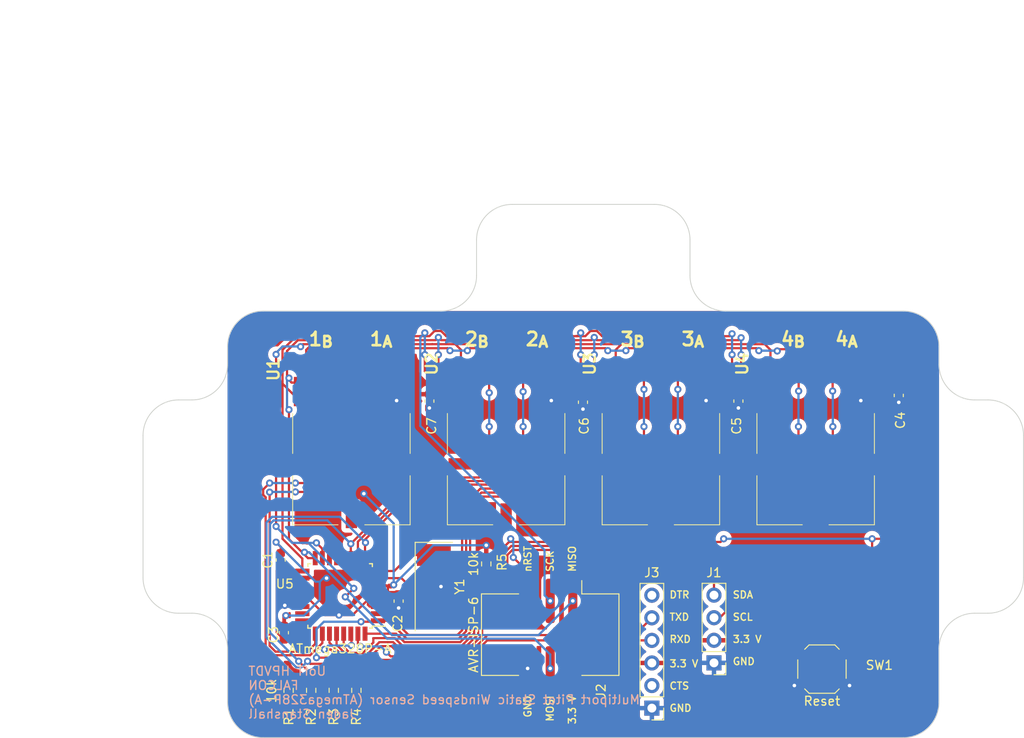
<source format=kicad_pcb>
(kicad_pcb (version 20221018) (generator pcbnew)
  (title_block (title "pressureSensorArray") (date "2023-04-11") (rev "8"))
  (layers (0 "F.Cu" signal) (31 "B.Cu" signal) (34 "B.Paste" user) (35 "F.Paste" user) (36 "B.SilkS" user "B.Silkscreen") (37 "F.SilkS" user "F.Silkscreen") (38 "B.Mask" user) (39 "F.Mask" user) (44 "Edge.Cuts" user))
  (net 0 "")
  (net 13 "Net-(U5-XTAL1{slash}PB6)")
  (net 14 "Net-(U5-XTAL2{slash}PB7)")
  (net 15 "/SCL")
  (net 16 "/nRST")
  (net 17 "/nSS_{1}")
  (net 18 "/DAV_{1}")
  (net 19 "/nSS_{2}")
  (net 20 "/DAV_{2}")
  (net 21 "/nSS_{3}")
  (net 22 "/DAV_{3}")
  (net 23 "/nSS_{4}")
  (net 24 "/DAV_{4}")
  (net 25 "/MOSI")
  (net 26 "/MISO")
  (net 27 "/SCK")
  (net 28 "/SDA")
  (net 29 "GND")
  (net 30 "+3.3V")
  (net 39 "/RXD")
  (net 40 "/CTS")
  (net 41 "/TXD")
  (net 42 "/DTR")
  (footprint "pressureSensorFootprintLibrary:HV120SM02C" (layer "F.Cu") (at 155.999 88.3698 90)
    (fp_text reference "U3")
    (fp_text value "~" hide)
  )
  (footprint "Connector_PinHeader_2.54mm:PinHeader_1x04_P2.54mm_Vertical" (layer "F.Cu") (at 161.968 113.4306 180)
    (fp_text reference "J1")
    (fp_text value "Conn_01x04_Pin" hide)
  )
  (footprint "Capacitor_SMD:C_0603_1608Metric" (layer "F.Cu") (at 129.964 83.9766 -90)
    (fp_text reference "C7")
    (fp_text value "100n")
  )
  (footprint "Button_Switch_SMD:SW_SPST_SKQG_WithStem" (layer "F.Cu") (at 174.108 114.1306)
    (fp_text reference "SW1")
    (fp_text value "Reset")
  )
  (footprint "pressureSensorFootprintLibrary:HV120SM02C" (layer "F.Cu") (at 173.398 88.3698 90)
    (fp_text reference "U4")
    (fp_text value "~" hide)
  )
  (footprint "Resistor_SMD:R_0603_1608Metric" (layer "F.Cu") (at 114.137 116.5198 -90)
    (fp_text reference "R1")
    (fp_text value "10k")
  )
  (footprint "Capacitor_SMD:C_0603_1608Metric" (layer "F.Cu") (at 164.7112 83.9766 -90)
    (fp_text reference "C5")
    (fp_text value "100n")
  )
  (footprint "Resistor_SMD:R_0603_1608Metric" (layer "F.Cu") (at 119.217 116.5198 -90)
    (fp_text reference "R3")
    (fp_text value "10k")
  )
  (footprint "MountingHole:MountingHole_3.2mm_M3" (layer "F.Cu") (at 147.272 67.8448)
    (fp_text reference "H2" hide)
    (fp_text value "MountingHole")
  )
  (footprint "Resistor_SMD:R_0603_1608Metric" (layer "F.Cu") (at 136.362 102.2948 -90)
    (fp_text reference "R5")
    (fp_text value "10k")
  )
  (footprint "Connector_PinHeader_2.54mm:PinHeader_1x06_P2.54mm_Vertical" (layer "F.Cu") (at 154.983 118.5206 180)
    (fp_text reference "J3")
    (fp_text value "Conn_01x06_Pin")
  )
  (footprint "Capacitor_SMD:C_0603_1608Metric" (layer "F.Cu") (at 147.236 84.1036 -90)
    (fp_text reference "C6")
    (fp_text value "100n")
  )
  (footprint "Capacitor_SMD:C_0603_1608Metric" (layer "F.Cu") (at 113.2508 101.8582 -90)
    (fp_text reference "C1")
    (fp_text value "10n")
  )
  (footprint "Package_QFP:TQFP-32_7x7mm_P0.8mm" (layer "F.Cu") (at 119.931 105.8968 180)
    (fp_text reference "U5")
    (fp_text value "ATmega328P-A")
  )
  (footprint "MountingHole:MountingHole_3.2mm_M3" (layer "F.Cu") (at 190.772 95.8448)
    (fp_text reference "H3" hide)
    (fp_text value "MountingHole")
  )
  (footprint "MountingHole:MountingHole_3.2mm_M3" (layer "F.Cu") (at 103.772 95.8448)
    (fp_text reference "H1" hide)
    (fp_text value "MountingHole")
  )
  (footprint "Resistor_SMD:R_0603_1608Metric" (layer "F.Cu") (at 116.677 116.5198 -90)
    (fp_text reference "R2")
    (fp_text value "10k")
  )
  (footprint "Resistor_SMD:R_0603_1608Metric" (layer "F.Cu") (at 121.757 116.5198 -90)
    (fp_text reference "R4")
    (fp_text value "10k")
  )
  (footprint "pressureSensorFootprintLibrary:HV120SM02C" (layer "F.Cu") (at 138.595 88.3678 90)
    (fp_text reference "U2")
    (fp_text value "~" hide)
  )
  (footprint "pressureSensorFootprintLibrary:HV120SM02C" (layer "F.Cu") (at 121.201 88.3708 90)
    (fp_text reference "U1")
    (fp_text value "~" hide)
  )
  (footprint "Capacitor_SMD:C_0603_1608Metric" (layer "F.Cu") (at 113.6064 110.037 -90)
    (fp_text reference "C3")
    (fp_text value "1u")
  )
  (footprint "Connector_IDC:IDC-Header_2x03_P2.54mm_Vertical_SMD" (layer "F.Cu") (at 143.553 110.2556 -90)
    (fp_text reference "J2")
    (fp_text value "AVR-ISP-6")
  )
  (footprint "Crystal:Resonator_SMD-3Pin_7.2x3.0mm_HandSoldering" (layer "F.Cu") (at 130.472 104.8448 -90)
    (fp_text reference "Y1")
    (fp_text value "8MHz")
  )
  (footprint "Capacitor_SMD:C_0603_1608Metric" (layer "F.Cu") (at 182.7452 83.3416 -90)
    (fp_text reference "C4")
    (fp_text value "100n")
  )
  (footprint "Capacitor_SMD:C_0603_1608Metric" (layer "F.Cu") (at 126.5096 106.481 -90)
    (fp_text reference "C2")
    (fp_text value "100n")
  )
  (gr_arc (start 163.272 73.8448) (mid 160.443573 72.673227) (end 159.272 69.8448) (stroke (width 0.1)) (layer "Edge.Cuts"))
  (gr_line (start 97.772 87.8448) (end 97.772 103.8448) (stroke (width 0.1)) (layer "Edge.Cuts"))
  (gr_arc (start 111.272 121.8448) (mid 108.443573 120.673227) (end 107.272 117.8448) (stroke (width 0.1)) (layer "Edge.Cuts"))
  (gr_arc (start 196.772 103.8448) (mid 195.600427 106.673227) (end 192.772 107.8448) (stroke (width 0.1)) (layer "Edge.Cuts"))
  (gr_line (start 139.272 61.8448) (end 155.272 61.8448) (stroke (width 0.1)) (layer "Edge.Cuts"))
  (gr_arc (start 192.772 83.8448) (mid 195.600427 85.016373) (end 196.772 87.8448) (stroke (width 0.1)) (layer "Edge.Cuts"))
  (gr_line (start 191.272 107.8448) (end 192.772 107.8448) (stroke (width 0.1)) (layer "Edge.Cuts"))
  (gr_arc (start 187.272 117.8448) (mid 186.100427 120.673227) (end 183.272 121.8448) (stroke (width 0.1)) (layer "Edge.Cuts"))
  (gr_line (start 159.272 69.8448) (end 159.272 65.8448) (stroke (width 0.1)) (layer "Edge.Cuts"))
  (gr_arc (start 191.272 83.8448) (mid 188.443573 82.673227) (end 187.272 79.8448) (stroke (width 0.1)) (layer "Edge.Cuts"))
  (gr_line (start 111.272 73.8448) (end 131.272 73.8448) (stroke (width 0.1)) (layer "Edge.Cuts"))
  (gr_line (start 107.272 117.8448) (end 107.272 111.8448) (stroke (width 0.1)) (layer "Edge.Cuts"))
  (gr_line (start 191.272 83.8448) (end 192.772 83.8448) (stroke (width 0.1)) (layer "Edge.Cuts"))
  (gr_arc (start 183.272 73.8448) (mid 186.100427 75.016373) (end 187.272 77.8448) (stroke (width 0.1)) (layer "Edge.Cuts"))
  (gr_arc (start 103.272 107.8448) (mid 106.100427 109.016373) (end 107.272 111.8448) (stroke (width 0.1)) (layer "Edge.Cuts"))
  (gr_line (start 187.272 77.8448) (end 187.272 79.8448) (stroke (width 0.1)) (layer "Edge.Cuts"))
  (gr_arc (start 101.772 107.8448) (mid 98.943573 106.673227) (end 97.772 103.8448) (stroke (width 0.1)) (layer "Edge.Cuts"))
  (gr_line (start 111.272 121.8448) (end 183.272 121.8448) (stroke (width 0.1)) (layer "Edge.Cuts"))
  (gr_line (start 103.272 83.8448) (end 101.772 83.8448) (stroke (width 0.1)) (layer "Edge.Cuts"))
  (gr_arc (start 187.272 111.8448) (mid 188.443573 109.016373) (end 191.272 107.8448) (stroke (width 0.1)) (layer "Edge.Cuts"))
  (gr_arc (start 155.272 61.8448) (mid 158.100427 63.016373) (end 159.272 65.8448) (stroke (width 0.1)) (layer "Edge.Cuts"))
  (gr_line (start 135.272 69.8448) (end 135.272 65.8448) (stroke (width 0.1)) (layer "Edge.Cuts"))
  (gr_line (start 103.272 107.8448) (end 101.772 107.8448) (stroke (width 0.1)) (layer "Edge.Cuts"))
  (gr_line (start 183.272 73.8448) (end 163.272 73.8448) (stroke (width 0.1)) (layer "Edge.Cuts"))
  (gr_arc (start 107.272 77.8448) (mid 108.443573 75.016373) (end 111.272 73.8448) (stroke (width 0.1)) (layer "Edge.Cuts"))
  (gr_arc (start 97.772 87.8448) (mid 98.943573 85.016373) (end 101.772 83.8448) (stroke (width 0.1)) (layer "Edge.Cuts"))
  (gr_line (start 196.772 103.8448) (end 196.772 87.8448) (stroke (width 0.1)) (layer "Edge.Cuts"))
  (gr_arc (start 135.272 69.8448) (mid 134.100427 72.673227) (end 131.272 73.8448) (stroke (width 0.1)) (layer "Edge.Cuts"))
  (gr_arc (start 107.272 79.8448) (mid 106.100427 82.673227) (end 103.272 83.8448) (stroke (width 0.1)) (layer "Edge.Cuts"))
  (gr_arc (start 135.272 65.8448) (mid 136.443573 63.016373) (end 139.272 61.8448) (stroke (width 0.1)) (layer "Edge.Cuts"))
  (gr_line (start 187.272 117.8448) (end 187.272 111.8448) (stroke (width 0.1)) (layer "Edge.Cuts"))
  (gr_line (start 107.272 77.8448) (end 107.272 79.8448) (stroke (width 0.1)) (layer "Edge.Cuts"))
  (gr_text "UofT HPVDT\nFALCON\nMultiport Pitot Static Windspeed Sensor (ATmega328P-A)\nJaden Stanshall" (at 109.531657 119.7708) (layer "B.SilkS") (effects (font (size 1 1)) (justify right bottom mirror)))
  (gr_text "4_{A}" (at 175.43 77.8806) (layer "F.SilkS") (effects (font (size 1.5 1.5) (thickness 0.3) bold) (justify left bottom)))
  (gr_text "3_{B}" (at 151.3 77.8806) (layer "F.SilkS") (effects (font (size 1.5 1.5) (thickness 0.3) bold) (justify left bottom)))
  (gr_text "TXD" (at 156.888 108.2708) (layer "F.SilkS") (effects (font (size 0.8 0.8)) (justify left)))
  (gr_text "1_{B}" (at 116.248 77.8806) (layer "F.SilkS") (effects (font (size 1.5 1.5) (thickness 0.3) bold) (justify left bottom)))
  (gr_text "GND" (at 164 113.2708) (layer "F.SilkS") (effects (font (size 0.8 0.8)) (justify left)))
  (gr_text "3.3 V" (at 146.031657 117.0208 90) (layer "F.SilkS") (effects (font (size 0.8 0.8)) (justify right)))
  (gr_text "nRST" (at 141.031657 103.2806 90) (layer "F.SilkS") (effects (font (size 0.8 0.8)) (justify left)))
  (gr_text "2_{B}" (at 133.774 77.8806) (layer "F.SilkS") (effects (font (size 1.5 1.5) (thickness 0.3) bold) (justify left bottom)))
  (gr_text "SCK" (at 143.531657 103.2708 90) (layer "F.SilkS") (effects (font (size 0.8 0.8)) (justify left)))
  (gr_text "GND" (at 141.031657 117.0208 90) (layer "F.SilkS") (effects (font (size 0.8 0.8)) (justify right)))
  (gr_text "SDA" (at 164 105.7708) (layer "F.SilkS") (effects (font (size 0.8 0.8)) (justify left)))
  (gr_text "GND" (at 156.888 118.5208) (layer "F.SilkS") (effects (font (size 0.8 0.8)) (justify left)))
  (gr_text "SCL" (at 164 108.2708) (layer "F.SilkS") (effects (font (size 0.8 0.8)) (justify left)))
  (gr_text "3_{A}" (at 158.158 77.8806) (layer "F.SilkS") (effects (font (size 1.5 1.5) (thickness 0.3) bold) (justify left bottom)))
  (gr_text "2_{A}" (at 140.632 77.8806) (layer "F.SilkS") (effects (font (size 1.5 1.5) (thickness 0.3) bold) (justify left bottom)))
  (gr_text "DTR" (at 156.888 105.7708) (layer "F.SilkS") (effects (font (size 0.8 0.8)) (justify left)))
  (gr_text "MISO" (at 146.031657 103.2708 90) (layer "F.SilkS") (effects (font (size 0.8 0.8)) (justify left)))
  (gr_text "RXD" (at 156.888 110.7708) (layer "F.SilkS") (effects (font (size 0.8 0.8)) (justify left)))
  (gr_text "1_{A}" (at 123.106 77.8806) (layer "F.SilkS") (effects (font (size 1.5 1.5) (thickness 0.3) bold) (justify left bottom)))
  (gr_text "MOSI" (at 143.531657 117.0208 90) (layer "F.SilkS") (effects (font (size 0.8 0.8)) (justify right)))
  (gr_text "3.3 V" (at 156.888 113.5208) (layer "F.SilkS") (effects (font (size 0.8 0.8)) (justify left)))
  (gr_text "4_{B}" (at 169.334 77.8806) (layer "F.SilkS") (effects (font (size 1.5 1.5) (thickness 0.3) bold) (justify left bottom)))
  (gr_text "3.3 V" (at 164 110.7708) (layer "F.SilkS") (effects (font (size 0.8 0.8)) (justify left)))
  (gr_text "CTS" (at 156.888 116.0208) (layer "F.SilkS") (effects (font (size 0.8 0.8)) (justify left)))
  (segment (start 126.824 103.8968) (end 124.181 103.8968) (width 0.25) (layer "F.Cu") (net 13))
  (segment (start 130.472 108.3948) (end 128.322 108.3948) (width 0.25) (layer "F.Cu") (net 13))
  (segment (start 127.772 107.8448) (end 127.772 104.8448) (width 0.25) (layer "F.Cu") (net 13))
  (segment (start 127.772 104.8448) (end 126.824 103.8968) (width 0.25) (layer "F.Cu") (net 13))
  (segment (start 128.322 108.3948) (end 127.772 107.8448) (width 0.25) (layer "F.Cu") (net 13))
  (segment (start 130.472 101.2948) (end 127.822 101.2948) (width 0.25) (layer "F.Cu") (net 14))
  (segment (start 127.822 101.2948) (end 126.02 103.0968) (width 0.25) (layer "F.Cu") (net 14))
  (segment (start 126.02 103.0968) (end 124.181 103.0968) (width 0.25) (layer "F.Cu") (net 14))
  (segment (start 138.329836 101.123471) (end 139.177107 100.2762) (width 0.25) (layer "F.Cu") (net 15))
  (segment (start 137.92915 104.8798) (end 138.329836 104.479114) (width 0.25) (layer "F.Cu") (net 15))
  (segment (start 161.5036 100.2762) (end 163.873 102.6456) (width 0.25) (layer "F.Cu") (net 15))
  (segment (start 133.774942 111.8948) (end 135.4504 110.219342) (width 0.25) (layer "F.Cu") (net 15))
  (segment (start 135.4504 110.219342) (end 135.4504 105.5564) (width 0.25) (layer "F.Cu") (net 15))
  (segment (start 120.889315 112.7548) (end 122.687008 112.7548) (width 0.25) (layer "F.Cu") (net 15))
  (segment (start 126.685416 111.8948) (end 133.774942 111.8948) (width 0.25) (layer "F.Cu") (net 15))
  (segment (start 125.887216 111.0966) (end 126.685416 111.8948) (width 0.25) (layer "F.Cu") (net 15))
  (segment (start 162.613 108.3506) (end 161.968 108.3506) (width 0.25) (layer "F.Cu") (net 15))
  (segment (start 136.127 104.8798) (end 137.92915 104.8798) (width 0.25) (layer "F.Cu") (net 15))
  (segment (start 163.873 107.0906) (end 162.613 108.3506) (width 0.25) (layer "F.Cu") (net 15))
  (segment (start 119.531 110.1468) (end 119.531 111.396485) (width 0.25) (layer "F.Cu") (net 15))
  (segment (start 139.177107 100.2762) (end 161.5036 100.2762) (width 0.25) (layer "F.Cu") (net 15))
  (segment (start 138.329836 104.479114) (end 138.329836 101.123471) (width 0.25) (layer "F.Cu") (net 15))
  (segment (start 124.345208 111.0966) (end 125.887216 111.0966) (width 0.25) (layer "F.Cu") (net 15))
  (segment (start 119.531 111.396485) (end 120.889315 112.7548) (width 0.25) (layer "F.Cu") (net 15))
  (segment (start 122.687008 112.7548) (end 124.345208 111.0966) (width 0.25) (layer "F.Cu") (net 15))
  (segment (start 135.4504 105.5564) (end 136.127 104.8798) (width 0.25) (layer "F.Cu") (net 15))
  (segment (start 163.873 102.6456) (end 163.873 107.0906) (width 0.25) (layer "F.Cu") (net 15))
  (segment (start 120.331 110.1468) (end 120.331 111.6308) (width 0.25) (layer "F.Cu") (net 16))
  (segment (start 136.362 103.9148) (end 136.362 103.1198) (width 0.25) (layer "F.Cu") (net 16))
  (segment (start 169.08 78.3368) (end 169.277 78.1398) (width 0.25) (layer "F.Cu") (net 16))
  (segment (start 177.208 112.2806) (end 179.003 112.2806) (width 0.25) (layer "F.Cu") (net 16))
  (segment (start 139.404836 101.568044) (end 141.013 103.176208) (width 0.25) (layer "F.Cu") (net 16))
  (segment (start 162.7034 99.8262) (end 138.92 99.8262) (width 0.25) (layer "F.Cu") (net 16))
  (segment (start 126.073612 110.6466) (end 126.921812 111.4948) (width 0.25) (layer "F.Cu") (net 16))
  (segment (start 143.174 78.0248) (end 149.7555 78.0248) (width 0.25) (layer "F.Cu") (net 16))
  (segment (start 132.007679 78.0228) (end 132.282179 78.2973) (width 0.25) (layer "F.Cu") (net 16))
  (segment (start 134.514 78.0228) (end 143.172 78.0228) (width 0.25) (layer "F.Cu") (net 16))
  (segment (start 122.500612 112.3048) (end 123.6648 111.140612) (width 0.25) (layer "F.Cu") (net 16))
  (segment (start 143.172 78.0228) (end 143.174 78.0248) (width 0.25) (layer "F.Cu") (net 16))
  (segment (start 123.6648 111.140612) (end 123.6648 110.6466) (width 0.25) (layer "F.Cu") (net 16))
  (segment (start 137.929836 104.313428) (end 137.763464 104.4798) (width 0.25) (layer "F.Cu") (net 16))
  (segment (start 163.059 99.4706) (end 162.7034 99.8262) (width 0.25) (layer "F.Cu") (net 16))
  (segment (start 126.921812 111.4948) (end 133.609256 111.4948) (width 0.25) (layer "F.Cu") (net 16))
  (segment (start 138.92 99.8262) (end 137.929836 100.816364) (width 0.25) (layer "F.Cu") (net 16))
  (segment (start 149.7555 78.0248) (end 150.03 78.2993) (width 0.25) (layer "F.Cu") (net 16))
  (segment (start 161.079 79.8598) (end 161.079 78.4058) (width 0.25) (layer "F.Cu") (net 16))
  (segment (start 126.281 78.4068) (end 126.662 78.0258) (width 0.25) (layer "F.Cu") (net 16))
  (segment (start 143.675 79.8578) (end 143.675 78.5258) (width 0.25) (layer "F.Cu") (net 16))
  (segment (start 181.272 78.8448) (end 180.567 78.1398) (width 0.25) (layer "F.Cu") (net 16))
  (segment (start 160.571 78.0248) (end 166.735818 78.0248) (width 0.25) (layer "F.Cu") (net 16))
  (segment (start 169.277 78.1398) (end 177.519 78.1398) (width 0.25) (layer "F.Cu") (net 16))
  (segment (start 126.281 79.8608) (end 126.281 78.4068) (width 0.25) (layer "F.Cu") (net 16))
  (segment (start 143.675 78.5258) (end 143.172 78.0228) (width 0.25) (layer "F.Cu") (net 16))
  (segment (start 135.797 104.4798) (end 134.997 105.2798) (width 0.25) (layer "F.Cu") (net 16))
  (segment (start 180.567 78.1398) (end 177.519 78.1398) (width 0.25) (layer "F.Cu") (net 16))
  (segment (start 121.005 112.3048) (end 122.500612 112.3048) (width 0.25) (layer "F.Cu") (net 16))
  (segment (start 137.763464 104.4798) (end 135.797 104.4798) (width 0.25) (layer "F.Cu") (net 16))
  (segment (start 179.748 99.4706) (end 181.018 99.4706) (width 0.25) (layer "F.Cu") (net 16))
  (segment (start 126.662 78.0258) (end 132.004679 78.0258) (width 0.25) (layer "F.Cu") (net 16))
  (segment (start 132.004679 78.0258) (end 132.007679 78.0228) (width 0.25) (layer "F.Cu") (net 16))
  (segment (start 179.748 111.5356) (end 179.748 99.4706) (width 0.25) (layer "F.Cu") (net 16))
  (segment (start 139.108 99.6382) (end 138.92 99.8262) (width 0.25) (layer "F.Cu") (net 16))
  (segment (start 177.519 78.1398) (end 178.224 78.8448) (width 0.25) (layer "F.Cu") (net 16))
  (segment (start 139.108 99.4706) (end 139.108 99.6382) (width 0.25) (layer "F.Cu") (net 16))
  (segment (start 178.224 79.6058) (end 178.478 79.8598) (width 0.25) (layer "F.Cu") (net 16))
  (segment (start 152.3365 78.0248) (end 152.062 78.2993) (width 0.25) (layer "F.Cu") (net 16))
  (segment (start 141.013 103.176208) (end 141.013 106.4556) (width 0.25) (layer "F.Cu") (net 16))
  (segment (start 134.997 110.107056) (end 134.997 105.2798) (width 0.25) (layer "F.Cu") (net 16))
  (segment (start 134.2395 78.2973) (end 134.514 78.0228) (width 0.25) (layer "F.Cu") (net 16))
  (segment (start 123.6648 110.6466) (end 126.073612 110.6466) (width 0.25) (layer "F.Cu") (net 16))
  (segment (start 160.698 78.0248) (end 160.571 78.0248) (width 0.25) (layer "F.Cu") (net 16))
  (segment (start 135.797 104.4798) (end 136.362 103.9148) (width 0.25) (layer "F.Cu") (net 16))
  (segment (start 166.735818 78.0248) (end 167.010318 78.2993) (width 0.25) (layer "F.Cu") (net 16))
  (segment (start 179.003 112.2806) (end 179.748 111.5356) (width 0.25) (layer "F.Cu") (net 16))
  (segment (start 181.272 99.2166) (end 181.272 78.8448) (width 0.25) (layer "F.Cu") (net 16))
  (segment (start 181.018 99.4706) (end 181.272 99.2166) (width 0.25) (layer "F.Cu") (net 16))
  (segment (start 120.331 111.6308) (end 121.005 112.3048) (width 0.25) (layer "F.Cu") (net 16))
  (segment (start 133.609256 111.4948) (end 134.997 110.107056) (width 0.25) (layer "F.Cu") (net 16))
  (segment (start 161.079 78.4058) (end 160.698 78.0248) (width 0.25) (layer "F.Cu") (net 16))
  (segment (start 177.208 112.2806) (end 171.008 112.2806) (width 0.25) (layer "F.Cu") (net 16))
  (segment (start 178.224 78.8448) (end 178.224 79.6058) (width 0.25) (layer "F.Cu") (net 16))
  (segment (start 160.571 78.0248) (end 152.3365 78.0248) (width 0.25) (layer "F.Cu") (net 16))
  (segment (start 137.929836 100.816364) (end 137.929836 104.313428) (width 0.25) (layer "F.Cu") (net 16))
  (via (at 139.108 99.4706) (size 0.8) (drill 0.4) (layers "F.Cu" "B.Cu") (net 16))
  (via (at 152.062 78.2993) (size 0.8) (drill 0.4) (layers "F.Cu" "B.Cu") (net 16))
  (via (at 179.748 99.4706) (size 0.8) (drill 0.4) (layers "F.Cu" "B.Cu") (net 16))
  (via (at 134.2395 78.2973) (size 0.8) (drill 0.4) (layers "F.Cu" "B.Cu") (net 16))
  (via (at 169.08 78.3368) (size 0.8) (drill 0.4) (layers "F.Cu" "B.Cu") (net 16))
  (via (at 132.282179 78.2973) (size 0.8) (drill 0.4) (layers "F.Cu" "B.Cu") (net 16))
  (via (at 167.010318 78.2993) (size 0.8) (drill 0.4) (layers "F.Cu" "B.Cu") (net 16))
  (via (at 150.03 78.2993) (size 0.8) (drill 0.4) (layers "F.Cu" "B.Cu") (net 16))
  (via (at 139.404836 101.568044) (size 0.8) (drill 0.4) (layers "F.Cu" "B.Cu") (net 16))
  (via (at 163.059 99.4706) (size 0.8) (drill 0.4) (layers "F.Cu" "B.Cu") (net 16))
  (segment (start 132.282179 78.2973) (end 134.2395 78.2973) (width 0.25) (layer "B.Cu") (net 16))
  (segment (start 167.010318 78.2993) (end 169.0425 78.2993) (width 0.25) (layer "B.Cu") (net 16))
  (segment (start 150.03 78.2993) (end 152.062 78.2993) (width 0.25) (layer "B.Cu") (net 16))
  (segment (start 139.404836 99.767436) (end 139.108 99.4706) (width 0.25) (layer "B.Cu") (net 16))
  (segment (start 139.404836 101.568044) (end 139.404836 99.767436) (width 0.25) (layer "B.Cu") (net 16))
  (segment (start 169.0425 78.2993) (end 169.08 78.3368) (width 0.25) (layer "B.Cu") (net 16))
  (segment (start 163.059 99.4706) (end 179.748 99.4706) (width 0.25) (layer "B.Cu") (net 16))
  (segment (start 114.137 114.8048) (end 111.555 112.2228) (width 0.25) (layer "F.Cu") (net 17))
  (segment (start 112.005 93.1968) (end 111.28 93.9218) (width 0.25) (layer "F.Cu") (net 17))
  (segment (start 111.28 93.9218) (end 111.28 94.521703) (width 0.25) (layer "F.Cu") (net 17))
  (segment (start 119.291 79.8608) (end 119.291 91.4238) (width 0.25) (layer "F.Cu") (net 17))
  (segment (start 111.555 112.2228) (end 111.555 111.6298) (width 0.25) (layer "F.Cu") (net 17))
  (segment (start 111.555 94.796703) (end 111.555 111.6298) (width 0.25) (layer "F.Cu") (net 17))
  (segment (start 112.4316 112.5706) (end 114.272 112.5706) (width 0.25) (layer "F.Cu") (net 17))
  (segment (start 114.137 115.6948) (end 114.137 114.8048) (width 0.25) (layer "F.Cu") (net 17))
  (segment (start 117.931 111.1968) (end 117.931 110.1468) (width 0.25) (layer "F.Cu") (net 17))
  (segment (start 111.555 111.6298) (end 111.555 111.694) (width 0.25) (layer "F.Cu") (net 17))
  (segment (start 117.518 93.1968) (end 114.903 93.1968) (width 0.25) (layer "F.Cu") (net 17))
  (segment (start 114.272 112.5706) (end 116.5572 112.5706) (width 0.25) (layer "F.Cu") (net 17))
  (segment (start 111.28 94.521703) (end 111.555 94.796703) (width 0.25) (layer "F.Cu") (net 17))
  (segment (start 111.555 111.694) (end 112.4316 112.5706) (width 0.25) (layer "F.Cu") (net 17))
  (segment (start 116.5572 112.5706) (end 117.931 111.1968) (width 0.25) (layer "F.Cu") (net 17))
  (segment (start 119.291 91.4238) (end 117.518 93.1968) (width 0.25) (layer "F.Cu") (net 17))
  (via (at 114.903 93.1968) (size 0.8) (drill 0.4) (layers "F.Cu" "B.Cu") (net 17))
  (via (at 112.005 93.1968) (size 0.8) (drill 0.4) (layers "F.Cu" "B.Cu") (net 17))
  (segment (start 114.903 93.1968) (end 112.005 93.1968) (width 0.25) (layer "B.Cu") (net 17))
  (segment (start 123.272 90.8448) (end 123.272 80.0218) (width 0.25) (layer "F.Cu") (net 18))
  (segment (start 117.131 111.2876) (end 117.131 110.1468) (width 0.25) (layer "F.Cu") (net 18))
  (segment (start 116.248 112.1706) (end 117.131 111.2876) (width 0.25) (layer "F.Cu") (net 18))
  (segment (start 114.903 94.196303) (end 119.920497 94.196303) (width 0.25) (layer "F.Cu") (net 18))
  (segment (start 112.005 111.507604) (end 112.667996 112.1706) (width 0.25) (layer "F.Cu") (net 18))
  (segment (start 112.667996 112.1706) (end 116.248 112.1706) (width 0.25) (layer "F.Cu") (net 18))
  (segment (start 112.005 94.221398) (end 112.005 111.507604) (width 0.25) (layer "F.Cu") (net 18))
  (segment (start 119.920497 94.196303) (end 123.272 90.8448) (width 0.25) (layer "F.Cu") (net 18))
  (segment (start 123.272 80.0218) (end 123.111 79.8608) (width 0.25) (layer "F.Cu") (net 18))
  (via (at 112.005 94.221398) (size 0.8) (drill 0.4) (layers "F.Cu" "B.Cu") (net 18))
  (via (at 114.903 94.196303) (size 0.8) (drill 0.4) (layers "F.Cu" "B.Cu") (net 18))
  (segment (start 114.903 94.196303) (end 112.030095 94.196303) (width 0.25) (layer "B.Cu") (net 18))
  (segment (start 112.030095 94.196303) (end 112.005 94.221398) (width 0.25) (layer "B.Cu") (net 18))
  (segment (start 136.685 79.8578) (end 136.685 83.0268) (width 0.25) (layer "F.Cu") (net 19))
  (segment (start 136.685 83.0268) (end 136.695 83.0368) (width 0.25) (layer "F.Cu") (net 19))
  (segment (start 136.695 86.8448) (end 136.695 91.4218) (width 0.25) (layer "F.Cu") (net 19))
  (segment (start 136.695 91.4218) (end 135.546 92.5708) (width 0.25) (layer "F.Cu") (net 19))
  (segment (start 121.131 100.031115) (end 121.131 101.6468) (width 0.25) (layer "F.Cu") (net 19))
  (segment (start 128.591317 92.5708) (end 121.131 100.031115) (width 0.25) (layer "F.Cu") (net 19))
  (segment (start 135.546 92.5708) (end 128.591317 92.5708) (width 0.25) (layer "F.Cu") (net 19))
  (segment (start 116.677 115.6948) (end 116.677 114.6501) (width 0.25) (layer "F.Cu") (net 19))
  (segment (start 116.677 114.6501) (end 115.272 113.2451) (width 0.25) (layer "F.Cu") (net 19))
  (via (at 136.695 83.0368) (size 0.8) (drill 0.4) (layers "F.Cu" "B.Cu") (net 19))
  (via (at 121.131 100.031115) (size 0.8) (drill 0.4) (layers "F.Cu" "B.Cu") (net 19))
  (via (at 115.272 113.2451) (size 0.8) (drill 0.4) (layers "F.Cu" "B.Cu") (net 19))
  (via (at 136.695 86.8448) (size 0.8) (drill 0.4) (layers "F.Cu" "B.Cu") (net 19))
  (segment (start 112.0545 110.0276) (end 112.0545 97.794005) (width 0.25) (layer "B.Cu") (net 19))
  (segment (start 115.272 113.2451) (end 112.0545 110.0276) (width 0.25) (layer "B.Cu") (net 19))
  (segment (start 112.0545 97.794005) (end 112.449905 97.3986) (width 0.25) (layer "B.Cu") (net 19))
  (segment (start 136.695 83.0368) (end 136.695 86.8448) (width 0.25) (layer "B.Cu") (net 19))
  (segment (start 118.498485 97.3986) (end 121.131 100.031115) (width 0.25) (layer "B.Cu") (net 19))
  (segment (start 112.449905 97.3986) (end 118.498485 97.3986) (width 0.25) (layer "B.Cu") (net 19))
  (segment (start 128.757002 92.9708) (end 121.931 99.796801) (width 0.25) (layer "F.Cu") (net 20))
  (segment (start 140.505 79.8578) (end 140.505 82.9098) (width 0.25) (layer "F.Cu") (net 20))
  (segment (start 140.505 86.8448) (end 140.505 91.0708) (width 0.25) (layer "F.Cu") (net 20))
  (segment (start 140.505 91.0708) (end 138.605 92.9708) (width 0.25) (layer "F.Cu") (net 20))
  (segment (start 121.931 99.796801) (end 121.931 101.6468) (width 0.25) (layer "F.Cu") (net 20))
  (segment (start 138.605 92.9708) (end 128.757002 92.9708) (width 0.25) (layer "F.Cu") (net 20))
  (via (at 140.505 86.8448) (size 0.8) (drill 0.4) (layers "F.Cu" "B.Cu") (net 20))
  (via (at 140.505 82.9098) (size 0.8) (drill 0.4) (layers "F.Cu" "B.Cu") (net 20))
  (segment (start 140.505 82.9098) (end 140.505 86.8448) (width 0.25) (layer "B.Cu") (net 20))
  (segment (start 154.094 86.8448) (end 154.094 92.0228) (width 0.25) (layer "F.Cu") (net 21))
  (segment (start 128.922687 93.3708) (end 122.731 99.562487) (width 0.25) (layer "F.Cu") (net 21))
  (segment (start 119.217 115.6948) (end 119.217 114.8048) (width 0.25) (layer "F.Cu") (net 21))
  (segment (start 154.089 79.8598) (end 154.089 82.6508) (width 0.25) (layer "F.Cu") (net 21))
  (segment (start 119.217 114.8048) (end 117.947 113.5348) (width 0.25) (layer "F.Cu") (net 21))
  (segment (start 122.731 99.562487) (end 122.731 101.6468) (width 0.25) (layer "F.Cu") (net 21))
  (segment (start 116.5617 113.5348) (end 116.272 113.2451) (width 0.25) (layer "F.Cu") (net 21))
  (segment (start 117.947 113.5348) (end 116.5617 113.5348) (width 0.25) (layer "F.Cu") (net 21))
  (segment (start 154.089 82.6508) (end 154.094 82.6558) (width 0.25) (layer "F.Cu") (net 21))
  (segment (start 154.094 92.0228) (end 152.746 93.3708) (width 0.25) (layer "F.Cu") (net 21))
  (segment (start 152.746 93.3708) (end 128.922687 93.3708) (width 0.25) (layer "F.Cu") (net 21))
  (via (at 122.783945 99.897745) (size 0.8) (drill 0.4) (layers "F.Cu" "B.Cu") (net 21))
  (via (at 154.094 86.8448) (size 0.8) (drill 0.4) (layers "F.Cu" "B.Cu") (net 21))
  (via (at 116.272 113.2451) (size 0.8) (drill 0.4) (layers "F.Cu" "B.Cu") (net 21))
  (via (at 154.094 82.6558) (size 0.8) (drill 0.4) (layers "F.Cu" "B.Cu") (net 21))
  (segment (start 116.272 113.2451) (end 115.597 113.9201) (width 0.25) (layer "B.Cu") (net 21))
  (segment (start 111.6545 110.582195) (end 111.6545 97.628319) (width 0.25) (layer "B.Cu") (net 21))
  (segment (start 115.597 113.9201) (end 114.992405 113.9201) (width 0.25) (layer "B.Cu") (net 21))
  (segment (start 154.094 82.6558) (end 154.094 86.8448) (width 0.25) (layer "B.Cu") (net 21))
  (segment (start 114.992405 113.9201) (end 111.6545 110.582195) (width 0.25) (layer "B.Cu") (net 21))
  (segment (start 111.6545 97.628319) (end 112.28422 96.9986) (width 0.25) (layer "B.Cu") (net 21))
  (segment (start 119.8848 96.9986) (end 122.783945 99.897745) (width 0.25) (layer "B.Cu") (net 21))
  (segment (start 112.28422 96.9986) (end 119.8848 96.9986) (width 0.25) (layer "B.Cu") (net 21))
  (segment (start 157.909 82.6508) (end 157.904 82.6558) (width 0.25) (layer "F.Cu") (net 22))
  (segment (start 157.904 86.8448) (end 157.904 91.9428) (width 0.25) (layer "F.Cu") (net 22))
  (segment (start 127.631 110.2948) (end 125.233 107.8968) (width 0.25) (layer "F.Cu") (net 22))
  (segment (start 157.909 79.8598) (end 157.909 82.6508) (width 0.25) (layer "F.Cu") (net 22))
  (segment (start 133.112198 110.2948) (end 127.631 110.2948) (width 0.25) (layer "F.Cu") (net 22))
  (segment (start 135.701628 93.8208) (end 133.647 95.875428) (width 0.25) (layer "F.Cu") (net 22))
  (segment (start 133.647 109.759998) (end 133.112198 110.2948) (width 0.25) (layer "F.Cu") (net 22))
  (segment (start 125.233 107.8968) (end 124.181 107.8968) (width 0.25) (layer "F.Cu") (net 22))
  (segment (start 156.026 93.8208) (end 135.701628 93.8208) (width 0.25) (layer "F.Cu") (net 22))
  (segment (start 157.904 91.9428) (end 156.026 93.8208) (width 0.25) (layer "F.Cu") (net 22))
  (segment (start 133.647 95.875428) (end 133.647 109.759998) (width 0.25) (layer "F.Cu") (net 22))
  (via (at 157.904 82.6558) (size 0.8) (drill 0.4) (layers "F.Cu" "B.Cu") (net 22))
  (via (at 157.904 86.8448) (size 0.8) (drill 0.4) (layers "F.Cu" "B.Cu") (net 22))
  (segment (start 157.904 82.6558) (end 157.904 86.8448) (width 0.25) (layer "B.Cu") (net 22))
  (segment (start 133.277884 110.6948) (end 127.394604 110.6948) (width 0.25) (layer "F.Cu") (net 23))
  (segment (start 119.231314 112.8448) (end 117.272 112.8448) (width 0.25) (layer "F.Cu") (net 23))
  (segment (start 124.075813 108.801987) (end 124.181 108.6968) (width 0.25) (layer "F.Cu") (net 23))
  (segment (start 171.4676 92.6492) (end 169.846 94.2708) (width 0.25) (layer "F.Cu") (net 23))
  (segment (start 135.817314 94.2708) (end 134.097 95.991114) (width 0.25) (layer "F.Cu") (net 23))
  (segment (start 121.757 114.8048) (end 120.957 114.0048) (width 0.25) (layer "F.Cu") (net 23))
  (segment (start 120.391314 114.0048) (end 119.231314 112.8448) (width 0.25) (layer "F.Cu") (net 23))
  (segment (start 122.277629 108.801987) (end 124.075813 108.801987) (width 0.25) (layer "F.Cu") (net 23))
  (segment (start 169.846 94.2708) (end 135.817314 94.2708) (width 0.25) (layer "F.Cu") (net 23))
  (segment (start 171.488 82.8448) (end 171.488 79.8598) (width 0.25) (layer "F.Cu") (net 23))
  (segment (start 134.097 109.875684) (end 133.277884 110.6948) (width 0.25) (layer "F.Cu") (net 23))
  (segment (start 134.097 95.991114) (end 134.097 109.875684) (width 0.25) (layer "F.Cu") (net 23))
  (segment (start 171.4676 86.8448) (end 171.4676 92.6492) (width 0.25) (layer "F.Cu") (net 23))
  (segment (start 120.957 114.0048) (end 120.391314 114.0048) (width 0.25) (layer "F.Cu") (net 23))
  (segment (start 121.757 115.6948) (end 121.757 114.8048) (width 0.25) (layer "F.Cu") (net 23))
  (segment (start 127.394604 110.6948) (end 125.396604 108.6968) (width 0.25) (layer "F.Cu") (net 23))
  (segment (start 125.396604 108.6968) (end 124.181 108.6968) (width 0.25) (layer "F.Cu") (net 23))
  (via (at 122.277629 108.801987) (size 0.8) (drill 0.4) (layers "F.Cu" "B.Cu") (net 23))
  (via (at 171.4676 86.8448) (size 0.8) (drill 0.4) (layers "F.Cu" "B.Cu") (net 23))
  (via (at 117.272 112.8448) (size 0.8) (drill 0.4) (layers "F.Cu" "B.Cu") (net 23))
  (via (at 171.488 82.8448) (size 0.8) (drill 0.4) (layers "F.Cu" "B.Cu") (net 23))
  (segment (start 117.272 112.8448) (end 117.272 109.633205) (width 0.25) (layer "B.Cu") (net 23))
  (segment (start 171.488 82.8448) (end 171.4676 82.8652) (width 0.25) (layer "B.Cu") (net 23))
  (segment (start 118.103218 108.801987) (end 122.277629 108.801987) (width 0.25) (layer "B.Cu") (net 23))
  (segment (start 117.272 109.633205) (end 118.103218 108.801987) (width 0.25) (layer "B.Cu") (net 23))
  (segment (start 171.4676 82.8652) (end 171.4676 86.8448) (width 0.25) (layer "B.Cu") (net 23))
  (segment (start 134.547 109.99137) (end 133.44357 111.0948) (width 0.25) (layer "F.Cu") (net 24))
  (segment (start 175.3284 92.7179) (end 173.3255 94.7208) (width 0.25) (layer "F.Cu") (net 24))
  (segment (start 133.44357 111.0948) (end 127.158208 111.0948) (width 0.25) (layer "F.Cu") (net 24))
  (segment (start 175.3284 86.8448) (end 175.3284 92.7179) (width 0.25) (layer "F.Cu") (net 24))
  (segment (start 175.308 82.8448) (end 175.308 79.8598) (width 0.25) (layer "F.Cu") (net 24))
  (segment (start 126.210208 110.1468) (end 122.731 110.1468) (width 0.25) (layer "F.Cu") (net 24))
  (segment (start 173.3255 94.7208) (end 135.933 94.7208) (width 0.25) (layer "F.Cu") (net 24))
  (segment (start 135.933 94.7208) (end 134.547 96.1068) (width 0.25) (layer "F.Cu") (net 24))
  (segment (start 127.158208 111.0948) (end 126.210208 110.1468) (width 0.25) (layer "F.Cu") (net 24))
  (segment (start 134.547 96.1068) (end 134.547 109.99137) (width 0.25) (layer "F.Cu") (net 24))
  (via (at 175.3284 86.8448) (size 0.8) (drill 0.4) (layers "F.Cu" "B.Cu") (net 24))
  (via (at 175.308 82.8448) (size 0.8) (drill 0.4) (layers "F.Cu" "B.Cu") (net 24))
  (segment (start 175.3284 82.8652) (end 175.3284 86.8448) (width 0.25) (layer "B.Cu") (net 24))
  (segment (start 175.308 82.8448) (end 175.3284 82.8652) (width 0.25) (layer "B.Cu") (net 24))
  (segment (start 130.285604 77.5728) (end 132.885 77.5728) (width 0.25) (layer "F.Cu") (net 25))
  (segment (start 143.358396 77.5728) (end 132.885 77.5728) (width 0.25) (layer "F.Cu") (net 25))
  (segment (start 120.512254 106.001347) (end 120.512254 106.001346) (width 0.25) (layer "F.Cu") (net 25))
  (segment (start 167.683 77.5748) (end 168.318 78.2098) (width 0.25) (layer "F.Cu") (net 25))
  (segment (start 168.318 78.2098) (end 168.318 79.8598) (width 0.25) (layer "F.Cu") (net 25))
  (segment (start 151.554 77.5748) (end 167.683 77.5748) (width 0.25) (layer "F.Cu") (net 25))
  (segment (start 112.7295 78.723105) (end 112.7295 98.0736) (width 0.25) (layer "F.Cu") (net 25))
  (segment (start 150.919 79.8598) (end 150.919 78.2098) (width 0.25) (layer "F.Cu") (net 25))
  (segment (start 116.756 77.5758) (end 115.7605 77.5758) (width 0.25) (layer "F.Cu") (net 25))
  (segment (start 117.931 100.5948) (end 117.931 101.6468) (width 0.25) (layer "F.Cu") (net 25))
  (segment (start 117.264 99.9278) (end 117.931 100.5948) (width 0.25) (layer "F.Cu") (net 25))
  (segment (start 120.512254 106.001346) (end 121.466142 105.047458) (width 0.25) (layer "F.Cu") (net 25))
  (segment (start 130.282604 77.5758) (end 130.285604 77.5728) (width 0.25) (layer "F.Cu") (net 25))
  (segment (start 133.515 78.2028) (end 132.885 77.5728) (width 0.25) (layer "F.Cu") (net 25))
  (segment (start 151.554 77.5748) (end 143.360396 77.5748) (width 0.25) (layer "F.Cu") (net 25))
  (segment (start 133.515 79.8578) (end 133.515 78.2028) (width 0.25) (layer "F.Cu") (net 25))
  (segment (start 116.121 78.2108) (end 116.756 77.5758) (width 0.25) (layer "F.Cu") (net 25))
  (segment (start 116.121 79.8608) (end 116.121 78.2108) (width 0.25) (layer "F.Cu") (net 25))
  (segment (start 143.360396 77.5748) (end 143.358396 77.5728) (width 0.25) (layer "F.Cu") (net 25))
  (segment (start 150.919 78.2098) (end 151.554 77.5748) (width 0.25) (layer "F.Cu") (net 25))
  (segment (start 116.756 77.5758) (end 130.282604 77.5758) (width 0.25) (layer "F.Cu") (net 25))
  (segment (start 115.7605 77.5758) (end 115.486 77.8503) (width 0.25) (layer "F.Cu") (net 25))
  (via (at 117.264 99.9278) (size 0.8) (drill 0.4) (layers "F.Cu" "B.Cu") (net 25))
  (via (at 121.466142 105.047458) (size 0.8) (drill 0.4) (layers "F.Cu" "B.Cu") (net 25))
  (via (at 120.512254 106.001347) (size 0.8) (drill 0.4) (layers "F.Cu" "B.Cu") (net 25))
  (via (at 143.553 114.0556) (size 0.8) (drill 0.4) (layers "F.Cu" "B.Cu") (net 25))
  (via (at 112.7295 78.723105) (size 0.8) (drill 0.4) (layers "F.Cu" "B.Cu") (net 25))
  (via (at 112.7295 98.0736) (size 0.8) (drill 0.4) (layers "F.Cu" "B.Cu") (net 25))
  (via (at 115.486 77.8503) (size 0.8) (drill 0.4) (layers "F.Cu" "B.Cu") (net 25))
  (segment (start 115.4655 77.8298) (end 113.454 77.8298) (width 0.25) (layer "B.Cu") (net 25))
  (segment (start 112.7295 98.0736) (end 112.7295 98.1111) (width 0.25) (layer "B.Cu") (net 25))
  (segment (start 143.553 112.4836) (end 141.775 110.7056) (width 0.25) (layer "B.Cu") (net 25))
  (segment (start 112.7295 98.1111) (end 114.5462 99.9278) (width 0.25) (layer "B.Cu") (net 25))
  (segment (start 143.553 114.0556) (end 143.553 112.4836) (width 0.25) (layer "B.Cu") (net 25))
  (segment (start 115.486 77.8503) (end 115.4655 77.8298) (width 0.25) (layer "B.Cu") (net 25))
  (segment (start 141.775 110.7056) (end 125.216508 110.7056) (width 0.25) (layer "B.Cu") (net 25))
  (segment (start 113.454 77.8298) (end 112.7295 78.5543) (width 0.25) (layer "B.Cu") (net 25))
  (segment (start 115.613 99.9278) (end 117.264 99.9278) (width 0.25) (layer "B.Cu") (net 25))
  (segment (start 125.216508 110.7056) (end 120.512254 106.001347) (width 0.25) (layer "B.Cu") (net 25))
  (segment (start 116.346484 99.9278) (end 115.613 99.9278) (width 0.25) (layer "B.Cu") (net 25))
  (segment (start 114.5462 99.9278) (end 115.613 99.9278) (width 0.25) (layer "B.Cu") (net 25))
  (segment (start 112.7295 78.5543) (end 112.7295 78.723105) (width 0.25) (layer "B.Cu") (net 25))
  (segment (start 121.466142 105.047458) (end 116.346484 99.9278) (width 0.25) (layer "B.Cu") (net 25))
  (segment (start 149.519 81.8898) (end 150.919 81.8898) (width 0.25) (layer "F.Cu") (net 26))
  (segment (start 131.993 81.8878) (end 133.515 81.8878) (width 0.25) (layer "F.Cu") (net 26))
  (segment (start 165.016 80.2428) (end 166.663 81.8898) (width 0.25) (layer "F.Cu") (net 26))
  (segment (start 117.521 77.1228) (end 130.668 77.1228) (width 0.25) (layer "F.Cu") (net 26))
  (segment (start 166.663 81.8898) (end 168.318 81.8898) (width 0.25) (layer "F.Cu") (net 26))
  (segment (start 145.261 77.1248) (end 148.194 77.1248) (width 0.25) (layer "F.Cu") (net 26))
  (segment (start 145.261 77.1248) (end 145.259 77.1228) (width 0.25) (layer "F.Cu") (net 26))
  (segment (start 148.506 80.8768) (end 149.519 81.8898) (width 0.25) (layer "F.Cu") (net 26))
  (segment (start 116.121 81.8908) (end 115.361 81.8908) (width 0.25) (layer "F.Cu") (net 26))
  (segment (start 113.962 78.3378) (end 115.174 77.1258) (width 0.25) (layer "F.Cu") (net 26))
  (segment (start 115.358 81.8938) (end 114.47 81.8938) (width 0.25) (layer "F.Cu") (net 26))
  (segment (start 130.98 80.8748) (end 131.993 81.8878) (width 0.25) (layer "F.Cu") (net 26))
  (segment (start 148.8185 77.1253) (end 164.741 77.1253) (width 0.25) (layer "F.Cu") (net 26))
  (segment (start 164.741 77.1253) (end 165.016 76.8503) (width 0.25) (layer "F.Cu") (net 26))
  (segment (start 131.292 77.1228) (end 130.98 76.8108) (width 0.25) (layer "F.Cu") (net 26))
  (segment (start 117.518 77.1258) (end 117.521 77.1228) (width 0.25) (layer "F.Cu") (net 26))
  (segment (start 113.962 81.3858) (end 114.1785 81.3858) (width 0.25) (layer "F.Cu") (net 26))
  (segment (start 116.316 101.6468) (end 117.131 101.6468) (width 0.25) (layer "F.Cu") (net 26))
  (segment (start 148.506 78.7493) (end 148.506 80.8768) (width 0.25) (layer "F.Cu") (net 26))
  (segment (start 148.506 76.8128) (end 148.8185 77.1253) (width 0.25) (layer "F.Cu") (net 26))
  (segment (start 115.174 77.1258) (end 117.518 77.1258) (width 0.25) (layer "F.Cu") (net 26))
  (segment (start 145.259 77.1228) (end 131.292 77.1228) (width 0.25) (layer "F.Cu") (net 26))
  (segment (start 114.47 81.8938) (end 113.962 81.3858) (width 0.25) (layer "F.Cu") (net 26))
  (segment (start 130.668 77.1228) (end 130.98 76.8108) (width 0.25) (layer "F.Cu") (net 26))
  (segment (start 114.1785 84.9418) (end 114.1785 99.5093) (width 0.25) (layer "F.Cu") (net 26))
  (segment (start 165.016 78.7493) (end 165.016 80.2428) (width 0.25) (layer "F.Cu") (net 26))
  (segment (start 115.361 81.8908) (end 115.358 81.8938) (width 0.25) (layer "F.Cu") (net 26))
  (segment (start 130.98 78.7503) (end 130.98 80.8748) (width 0.25) (layer "F.Cu") (net 26))
  (segment (start 148.194 77.1248) (end 148.506 76.8128) (width 0.25) (layer "F.Cu") (net 26))
  (segment (start 113.962 81.3858) (end 113.962 78.3378) (width 0.25) (layer "F.Cu") (net 26))
  (segment (start 114.1785 99.5093) (end 116.316 101.6468) (width 0.25) (layer "F.Cu") (net 26))
  (via (at 130.98 76.8108) (size 0.8) (drill 0.4) (layers "F.Cu" "B.Cu") (net 26))
  (via (at 130.98 78.7503) (size 0.8) (drill 0.4) (layers "F.Cu" "B.Cu") (net 26))
  (via (at 148.506 78.7493) (size 0.8) (drill 0.4) (layers "F.Cu" "B.Cu") (net 26))
  (via (at 115.922174 100.984886) (size 0.8) (drill 0.4) (layers "F.Cu" "B.Cu") (net 26))
  (via (at 165.016 76.8503) (size 0.8) (drill 0.4) (layers "F.Cu" "B.Cu") (net 26))
  (via (at 114.1785 81.3858) (size 0.8) (drill 0.4) (layers "F.Cu" "B.Cu") (net 26))
  (via (at 146.093 106.4556) (size 0.8) (drill 0.4) (layers "F.Cu" "B.Cu") (net 26))
  (via (at 148.506 76.8128) (size 0.8) (drill 0.4) (layers "F.Cu" "B.Cu") (net 26))
  (via (at 114.1785 84.9418) (size 0.8) (drill 0.4) (layers "F.Cu" "B.Cu") (net 26))
  (via (at 165.016 78.7493) (size 0.8) (drill 0.4) (layers "F.Cu" "B.Cu") (net 26))
  (segment (start 130.98 76.8108) (end 130.98 78.7503) (width 0.25) (layer "B.Cu") (net 26))
  (segment (start 113.962 81.6023) (end 113.962 84.7253) (width 0.25) (layer "B.Cu") (net 26))
  (segment (start 113.962 84.7253) (end 114.1785 84.9418) (width 0.25) (layer "B.Cu") (net 26))
  (segment (start 125.770395 110.3056) (end 116.449681 100.984886) (width 0.25) (layer "B.Cu") (net 26))
  (segment (start 146.093 106.4556) (end 142.243 110.3056) (width 0.25) (layer "B.Cu") (net 26))
  (segment (start 116.449681 100.984886) (end 115.922174 100.984886) (width 0.25) (layer "B.Cu") (net 26))
  (segment (start 148.506 76.8128) (end 148.506 78.7493) (width 0.25) (layer "B.Cu") (net 26))
  (segment (start 165.016 76.8503) (end 165.016 78.7493) (width 0.25) (layer "B.Cu") (net 26))
  (segment (start 114.1785 81.3858) (end 113.962 81.6023) (width 0.25) (layer "B.Cu") (net 26))
  (segment (start 142.243 110.3056) (end 125.770395 110.3056) (width 0.25) (layer "B.Cu") (net 26))
  (segment (start 167.558 83.9198) (end 168.318 83.9198) (width 0.25) (layer "F.Cu") (net 27))
  (segment (start 131.867305 76.6728) (end 131.280305 76.0858) (width 0.25) (layer "F.Cu") (net 27))
  (segment (start 150.025 83.9198) (end 150.919 83.9198) (width 0.25) (layer "F.Cu") (net 27))
  (segment (start 146.474 76.6748) (end 146.612 76.6748) (width 0.25) (layer "F.Cu") (net 27))
  (segment (start 115.681 103.0968) (end 115.681 101.6976) (width 0.25) (layer "F.Cu") (net 27))
  (segment (start 131.280305 76.0858) (end 130.551 76.0858) (width 0.25) (layer "F.Cu") (net 27))
  (segment (start 115.361 83.9208) (end 116.121 83.9208) (width 0.25) (layer "F.Cu") (net 27))
  (segment (start 113.454 82.0138) (end 113.454 99.4706) (width 0.25) (layer "F.Cu") (net 27))
  (segment (start 148.077 76.0878) (end 147.49 76.6748) (width 0.25) (layer "F.Cu") (net 27))
  (segment (start 132.755 83.9178) (end 133.515 83.9178) (width 0.25) (layer "F.Cu") (net 27))
  (segment (start 129.456 80.6188) (end 132.755 83.9178) (width 0.25) (layer "F.Cu") (net 27))
  (segment (start 164 80.3618) (end 167.558 83.9198) (width 0.25) (layer "F.Cu") (net 27))
  (segment (start 130.551 76.0858) (end 129.964 76.6728) (width 0.25) (layer "F.Cu") (net 27))
  (segment (start 129.456 78.7503) (end 129.456 80.6188) (width 0.25) (layer "F.Cu") (net 27))
  (segment (start 149.393305 76.6748) (end 148.806305 76.0878) (width 0.25) (layer "F.Cu") (net 27))
  (segment (start 149.393305 76.6748) (end 163.7255 76.6748) (width 0.25) (layer "F.Cu") (net 27))
  (segment (start 146.612 76.6748) (end 146.982 76.3048) (width 0.25) (layer "F.Cu") (net 27))
  (segment (start 146.982 78.7493) (end 146.982 80.8768) (width 0.25) (layer "F.Cu") (net 27))
  (segment (start 113.454 82.0138) (end 113.454 78.209404) (width 0.25) (layer "F.Cu") (net 27))
  (segment (start 129.086 76.6728) (end 129.456 76.3028) (width 0.25) (layer "F.Cu") (net 27))
  (segment (start 115.681 101.6976) (end 113.454 99.4706) (width 0.25) (layer "F.Cu") (net 27))
  (segment (start 113.454 82.0138) (end 115.361 83.9208) (width 0.25) (layer "F.Cu") (net 27))
  (segment (start 163.7255 76.6748) (end 164 76.4003) (width 0.25) (layer "F.Cu") (net 27))
  (segment (start 148.806305 76.0878) (end 148.077 76.0878) (width 0.25) (layer "F.Cu") (net 27))
  (segment (start 147.49 76.6748) (end 146.474 76.6748) (width 0.25) (layer "F.Cu") (net 27))
  (segment (start 146.982 80.8768) (end 150.025 83.9198) (width 0.25) (layer "F.Cu") (net 27))
  (segment (start 164 78.7493) (end 164 80.3618) (width 0.25) (layer "F.Cu") (net 27))
  (segment (start 129.964 76.6728) (end 128.948 76.6728) (width 0.25) (layer "F.Cu") (net 27))
  (segment (start 114.990604 76.6728) (end 128.948 76.6728) (width 0.25) (layer "F.Cu") (net 27))
  (segment (start 131.867305 76.6728) (end 146.472 76.6728) (width 0.25) (layer "F.Cu") (net 27))
  (segment (start 146.472 76.6728) (end 146.474 76.6748) (width 0.25) (layer "F.Cu") (net 27))
  (segment (start 128.948 76.6728) (end 129.086 76.6728) (width 0.25) (layer "F.Cu") (net 27))
  (segment (start 113.454 78.209404) (end 114.990604 76.6728) (width 0.25) (layer "F.Cu") (net 27))
  (via (at 146.982 76.3048) (size 0.8) (drill 0.4) (layers "F.Cu" "B.Cu") (net 27))
  (via (at 164 78.7493) (size 0.8) (drill 0.4) (layers "F.Cu" "B.Cu") (net 27))
  (via (at 143.553 106.4556) (size 0.8) (drill 0.4) (layers "F.Cu" "B.Cu") (net 27))
  (via (at 164 76.4003) (size 0.8) (drill 0.4) (layers "F.Cu" "B.Cu") (net 27))
  (via (at 129.456 78.7503) (size 0.8) (drill 0.4) (layers "F.Cu" "B.Cu") (net 27))
  (via (at 146.982 78.7493) (size 0.8) (drill 0.4) (layers "F.Cu" "B.Cu") (net 27))
  (via (at 129.456 76.3028) (size 0.8) (drill 0.4) (layers "F.Cu" "B.Cu") (net 27))
  (segment (start 143.553 106.4556) (end 142.918 105.8206) (width 0.25) (layer "B.Cu") (net 27))
  (segment (start 146.982 76.3048) (end 146.982 78.7493) (width 0.25) (layer "B.Cu") (net 27))
  (segment (start 128.948 76.8108) (end 129.456 76.3028) (width 0.25) (layer "B.Cu") (net 27))
  (segment (start 129.456 76.3028) (end 129.456 78.7503) (width 0.25) (layer "B.Cu") (net 27))
  (segment (start 164 78.7493) (end 164 76.4003) (width 0.25) (layer "B.Cu") (net 27))
  (segment (start 142.918 105.8206) (end 142.918 100.7406) (width 0.25) (layer "B.Cu") (net 27))
  (segment (start 142.918 100.7406) (end 128.948 86.7706) (width 0.25) (layer "B.Cu") (net 27))
  (segment (start 128.948 86.7706) (end 128.948 76.8108) (width 0.25) (layer "B.Cu") (net 27))
  (segment (start 122.873404 113.2048) (end 120.773629 113.2048) (width 0.25) (layer "F.Cu") (net 28))
  (segment (start 133.940628 112.2948) (end 126.44902 112.2948) (width 0.25) (layer "F.Cu") (net 28))
  (segment (start 118.731 111.162171) (end 118.731 110.1468) (width 0.25) (layer "F.Cu") (net 28))
  (segment (start 120.773629 113.2048) (end 118.731 111.162171) (width 0.25) (layer "F.Cu") (net 28))
  (segment (start 126.44902 112.2948) (end 125.70082 111.5466) (width 0.25) (layer "F.Cu") (net 28))
  (segment (start 125.70082 111.5466) (end 124.531604 111.5466) (width 0.25) (layer "F.Cu") (net 28))
  (segment (start 161.968 101.5898) (end 161.1044 100.7262) (width 0.25) (layer "F.Cu") (net 28))
  (segment (start 161.1044 100.7262) (end 139.292792 100.7262) (width 0.25) (layer "F.Cu") (net 28))
  (segment (start 135.9004 110.335028) (end 133.940628 112.2948) (width 0.25) (layer "F.Cu") (net 28))
  (segment (start 161.968 105.8106) (end 161.968 101.5898) (width 0.25) (layer "F.Cu") (net 28))
  (segment (start 139.292792 100.7262) (end 138.729836 101.289156) (width 0.25) (layer "F.Cu") (net 28))
  (segment (start 135.9004 105.7414) (end 135.9004 110.335028) (width 0.25) (layer "F.Cu") (net 28))
  (segment (start 138.729836 104.6448) (end 138.094836 105.2798) (width 0.25) (layer "F.Cu") (net 28))
  (segment (start 136.362 105.2798) (end 135.9004 105.7414) (width 0.25) (layer "F.Cu") (net 28))
  (segment (start 138.094836 105.2798) (end 136.362 105.2798) (width 0.25) (layer "F.Cu") (net 28))
  (segment (start 138.729836 101.289156) (end 138.729836 104.6448) (width 0.25) (layer "F.Cu") (net 28))
  (segment (start 124.531604 111.5466) (end 122.873404 113.2048) (width 0.25) (layer "F.Cu") (net 28))
  (segment (start 114.216 104.8046) (end 114.216 105.8818) (width 0.25) (layer "F.Cu") (net 29))
  (segment (start 130.472 104.8448) (end 131.272 104.8448) (width 0.25) (layer "F.Cu") (net 29))
  (segment (start 119.804 108.0558) (end 118.2292 108.0558) (width 0.25) (layer "F.Cu") (net 29))
  (segment (start 114.089 104.6776) (end 114.216 104.8046) (width 0.25) (layer "F.Cu") (net 29))
  (segment (start 113.2508 102.6332) (end 112.8064 103.0776) (width 0.25) (layer "F.Cu") (net 29))
  (segment (start 118.2292 108.0558) (end 116.4702 106.2968) (width 0.25) (layer "F.Cu") (net 29))
  (segment (start 123.256 107.0968) (end 123.056 106.8968) (width 0.25) (layer "F.Cu") (net 29))
  (segment (start 123.379 105.4968) (end 124.181 105.4968) (width 0.25) (layer "F.Cu") (net 29))
  (segment (start 112.8064 104.6776) (end 112.8064 110.012) (width 0.25) (layer "F.Cu") (net 29))
  (segment (start 124.181 107.0968) (end 126.3504 107.0968) (width 0.25) (layer "F.Cu") (net 29))
  (segment (start 126.3504 107.0968) (end 126.5096 107.256) (width 0.25) (layer "F.Cu") (net 29))
  (segment (start 112.8064 110.012) (end 113.6064 110.812) (width 0.25) (layer "F.Cu") (net 29))
  (segment (start 114.631 106.2968) (end 115.681 106.2968) (width 0.25) (layer "F.Cu") (net 29))
  (segment (start 119.804 108.0558) (end 121.328 108.0558) (width 0.25) (layer "F.Cu") (net 29))
  (segment (start 123.056 106.8968) (end 123.056 106.2778) (width 0.25) (layer "F.Cu") (net 29))
  (segment (start 121.328 108.0558) (end 123.056 106.3278) (width 0.25) (layer "F.Cu") (net 29))
  (segment (start 123.056 106.2778) (end 123.056 105.8198) (width 0.25) (layer "F.Cu") (net 29))
  (segment (start 114.216 106.4556) (end 114.216 105.8818) (width 0.25) (layer "F.Cu") (net 29))
  (segment (start 123.056 105.8198) (end 123.379 105.4968) (width 0.25) (layer "F.Cu") (net 29))
  (segment (start 112.8064 103.0776) (end 112.8064 104.6776) (width 0.25) (layer "F.Cu") (net 29))
  (segment (start 113.708 106.9636) (end 114.216 106.4556) (width 0.25) (layer "F.Cu") (net 29))
  (segment (start 116.4702 106.2968) (end 115.681 106.2968) (width 0.25) (layer "F.Cu") (net 29))
  (segment (start 124.181 107.0968) (end 123.256 107.0968) (width 0.25) (layer "F.Cu") (net 29))
  (segment (start 114.216 105.8818) (end 114.631 106.2968) (width 0.25) (layer "F.Cu") (net 29))
  (segment (start 123.056 106.3278) (end 123.056 106.2778) (width 0.25) (layer "F.Cu") (net 29))
  (segment (start 112.8064 104.6776) (end 114.089 104.6776) (width 0.25) (layer "F.Cu") (net 29))
  (via (at 164.7112 84.7516) (size 0.8) (drill 0.4) (layers "F.Cu" "B.Cu") (net 29))
  (via (at 126.281 83.9208) (size 0.8) (drill 0.4) (layers "F.Cu" "B.Cu") (net 29))
  (via (at 171.008 115.9806) (size 0.8) (drill 0.4) (layers "F.Cu" "B.Cu") (net 29))
  (via (at 113.708 106.9636) (size 0.8) (drill 0.4) (layers "F.Cu" "B.Cu") (net 29))
  (via (at 161.079 83.9198) (size 0.8) (drill 0.4) (layers "F.Cu" "B.Cu") (net 29))
  (via (at 177.208 115.9806) (size 0.8) (drill 0.4) (layers "F.Cu" "B.Cu") (net 29))
  (via (at 182.7452 84.1166) (size 0.8) (drill 0.4) (layers "F.Cu" "B.Cu") (net 29))
  (via (at 126.5096 107.256) (size 0.8) (drill 0.4) (layers "F.Cu" "B.Cu") (net 29))
  (via (at 178.478 83.9198) (size 0.8) (drill 0.4) (layers "F.Cu" "B.Cu") (net 29))
  (via (at 119.804 108.0558) (size 0.8) (drill 0.4) (layers "F.Cu" "B.Cu") (net 29))
  (via (at 129.964 84.7516) (size 0.8) (drill 0.4) (layers "F.Cu" "B.Cu") (net 29))
  (via (at 141.013 114.0556) (size 0.8) (drill 0.4) (layers "F.Cu" "B.Cu") (net 29))
  (via (at 143.675 83.9178) (size 0.8) (drill 0.4) (layers "F.Cu" "B.Cu") (net 29))
  (via (at 131.272 104.8448) (size 0.8) (drill 0.4) (layers "F.Cu" "B.Cu") (net 29))
  (via (at 147.236 84.8786) (size 0.8) (drill 0.4) (layers "F.Cu" "B.Cu") (net 29))
  (segment (start 130.522 104.8448) (end 130.022 104.8448) (width 0.25) (layer "B.Cu") (net 29))
  (segment (start 113.6064 108.3352) (end 113.835 108.1066) (width 0.25) (layer "F.Cu") (net 30))
  (segment (start 125.306 106.0968) (end 125.306 105.465) (width 0.25) (layer "F.Cu") (net 30))
  (segment (start 122.456 103.8968) (end 123.256 104.6968) (width 0.25) (layer "F.Cu") (net 30))
  (segment (start 113.2508 100.3729) (end 112.7295 99.8516) (width 0.25) (layer "F.Cu") (net 30))
  (segment (start 125.306 104.9218) (end 125.081 104.6968) (width 0.25) (layer "F.Cu") (net 30))
  (segment (start 125.306 105.465) (end 126.2686 105.465) (width 0.25) (layer "F.Cu") (net 30))
  (segment (start 123.256 104.6968) (end 124.181 104.6968) (width 0.25) (layer "F.Cu") (net 30))
  (segment (start 136.362 101.4698) (end 136.362 100.1998) (width 0.25) (layer "F.Cu") (net 30))
  (segment (start 115.681 103.8968) (end 118.407 103.8968) (width 0.25) (layer "F.Cu") (net 30))
  (segment (start 113.2508 101.0832) (end 113.2508 100.3729) (width 0.25) (layer "F.Cu") (net 30))
  (segment (start 126.2686 105.465) (end 126.5096 105.706) (width 0.25) (layer "F.Cu") (net 30))
  (segment (start 118.407 103.8968) (end 122.456 103.8968) (width 0.25) (layer "F.Cu") (net 30))
  (segment (start 125.306 104.9218) (end 125.6812 104.9218) (width 0.25) (layer "F.Cu") (net 30))
  (segment (start 113.6064 109.262) (end 113.6064 108.3352) (width 0.25) (layer "F.Cu") (net 30))
  (segment (start 125.106 106.2968) (end 125.306 106.0968) (width 0.25) (layer "F.Cu") (net 30))
  (segment (start 125.306 105.465) (end 125.306 104.9218) (width 0.25) (layer "F.Cu") (net 30))
  (segment (start 125.081 104.6968) (end 124.181 104.6968) (width 0.25) (layer "F.Cu") (net 30))
  (segment (start 124.181 106.2968) (end 125.106 106.2968) (width 0.25) (layer "F.Cu") (net 30))
  (segment (start 125.6812 104.9218) (end 125.9508 104.6522) (width 0.25) (layer "F.Cu") (net 30))
  (via (at 136.362 100.1998) (size 0.8) (drill 0.4) (layers "F.Cu" "B.Cu") (net 30))
  (via (at 118.407 103.8968) (size 0.8) (drill 0.4) (layers "F.Cu" "B.Cu") (net 30))
  (via (at 125.9508 104.6522) (size 0.8) (drill 0.4) (layers "F.Cu" "B.Cu") (net 30))
  (via (at 113.835 108.1066) (size 0.8) (drill 0.4) (layers "F.Cu" "B.Cu") (net 30))
  (via (at 112.7295 99.8516) (size 0.8) (drill 0.4) (layers "F.Cu" "B.Cu") (net 30))
  (via (at 122.598 94.3906) (size 0.8) (drill 0.4) (layers "F.Cu" "B.Cu") (net 30))
  (segment (start 117.645 104.2966) (end 118.0448 103.8968) (width 0.25) (layer "B.Cu") (net 30))
  (segment (start 122.598 94.3906) (end 125.9508 97.7434) (width 0.25) (layer "B.Cu") (net 30))
  (segment (start 112.7295 99.8516) (end 117.1745 104.2966) (width 0.25) (layer "B.Cu") (net 30))
  (segment (start 125.9508 97.7434) (end 125.9508 98.2006) (width 0.25) (layer "B.Cu") (net 30))
  (segment (start 115.867 108.1066) (end 117.645 106.3286) (width 0.25) (layer "B.Cu") (net 30))
  (segment (start 118.0448 103.8968) (end 118.407 103.8968) (width 0.25) (layer "B.Cu") (net 30))
  (segment (start 125.9508 98.2006) (end 125.9508 104.6522) (width 0.25) (layer "B.Cu") (net 30))
  (segment (start 113.835 108.1066) (end 115.867 108.1066) (width 0.25) (layer "B.Cu") (net 30))
  (segment (start 136.362 100.1998) (end 130.4032 100.1998) (width 0.25) (layer "B.Cu") (net 30))
  (segment (start 117.1745 104.2966) (end 117.645 104.2966) (width 0.25) (layer "B.Cu") (net 30))
  (segment (start 130.4032 100.1998) (end 125.9508 104.6522) (width 0.25) (layer "B.Cu") (net 30))
  (segment (start 117.645 106.3286) (end 117.645 104.2966) (width 0.25) (layer "B.Cu") (net 30))
  (segment (start 134.272 113.0948) (end 123.54909 113.0948) (width 0.25) (layer "F.Cu") (net 39))
  (segment (start 120.557 113.6048) (end 118.874716 111.922516) (width 0.25) (layer "F.Cu") (net 39))
  (segment (start 118.874716 111.922516) (end 118.159172 111.922516) (width 0.25) (layer "F.Cu") (net 39))
  (segment (start 123.039089 113.6048) (end 120.557 113.6048) (width 0.25) (layer "F.Cu") (net 39))
  (segment (start 136.4662 110.9006) (end 134.272 113.0948) (width 0.25) (layer "F.Cu") (net 39))
  (segment (start 121.205299 111.480501) (end 121.205299 110.221099) (width 0.25) (layer "F.Cu") (net 39))
  (segment (start 154.983 110.9006) (end 136.4662 110.9006) (width 0.25) (layer "F.Cu") (net 39))
  (segment (start 121.205299 110.221099) (end 121.131 110.1468) (width 0.25) (layer "F.Cu") (net 39))
  (segment (start 123.54909 113.0948) (end 123.039089 113.6048) (width 0.25) (layer "F.Cu") (net 39))
  (via (at 121.205299 111.480501) (size 0.8) (drill 0.4) (layers "F.Cu" "B.Cu") (net 39))
  (via (at 118.159172 111.922516) (size 0.8) (drill 0.4) (layers "F.Cu" "B.Cu") (net 39))
  (segment (start 121.201 111.4848) (end 121.205299 111.480501) (width 0.25) (layer "B.Cu") (net 39))
  (segment (start 118.159172 111.922516) (end 118.596888 111.4848) (width 0.25) (layer "B.Cu") (net 39))
  (segment (start 118.596888 111.4848) (end 121.201 111.4848) (width 0.25) (layer "B.Cu") (net 39))
  (segment (start 125.6117 112.6948) (end 125.138 112.2211) (width 0.25) (layer "F.Cu") (net 41))
  (segment (start 153.038 110.3056) (end 136.495514 110.3056) (width 0.25) (layer "F.Cu") (net 41))
  (segment (start 134.106314 112.6948) (end 125.6117 112.6948) (width 0.25) (layer "F.Cu") (net 41))
  (segment (start 122.199807 111.5803) (end 121.931 111.311493) (width 0.25) (layer "F.Cu") (net 41))
  (segment (start 121.931 111.311493) (end 121.931 110.1468) (width 0.25) (layer "F.Cu") (net 41))
  (segment (start 136.495514 110.3056) (end 134.106314 112.6948) (width 0.25) (layer "F.Cu") (net 41))
  (segment (start 154.983 108.3606) (end 153.038 110.3056) (width 0.25) (layer "F.Cu") (net 41))
  (via (at 125.138 112.2211) (size 0.8) (drill 0.4) (layers "F.Cu" "B.Cu") (net 41))
  (via (at 122.199807 111.5803) (size 0.8) (drill 0.4) (layers "F.Cu" "B.Cu") (net 41))
  (segment (start 125.138 112.2211) (end 124.4972 111.5803) (width 0.25) (layer "B.Cu") (net 41))
  (segment (start 124.4972 111.5803) (end 122.199807 111.5803) (width 0.25) (layer "B.Cu") (net 41))
  (zone (net 30) (net_name "+3.3V") (layer "F.Cu") (connect_pads (clearance 0.5)) (min_thickness 0.25) (fill yes (thermal_gap 0.5) (thermal_bridge_width 0.5))
    (polygon (pts (xy 107.272 73.8448) (xy 187.272 73.8448) (xy 187.272 121.8448) (xy 107.272 121.8448)))
  )
  (zone (net 29) (net_name "GND") (layer "B.Cu") (priority 1) (connect_pads (clearance 0.5)) (min_thickness 0.25) (fill yes (thermal_gap 0.5) (thermal_bridge_width 0.5))
    (polygon (pts (xy 107.272 73.8448) (xy 187.272 73.8448) (xy 187.272 121.8448) (xy 107.272 121.8448)))
  )
)
</source>
